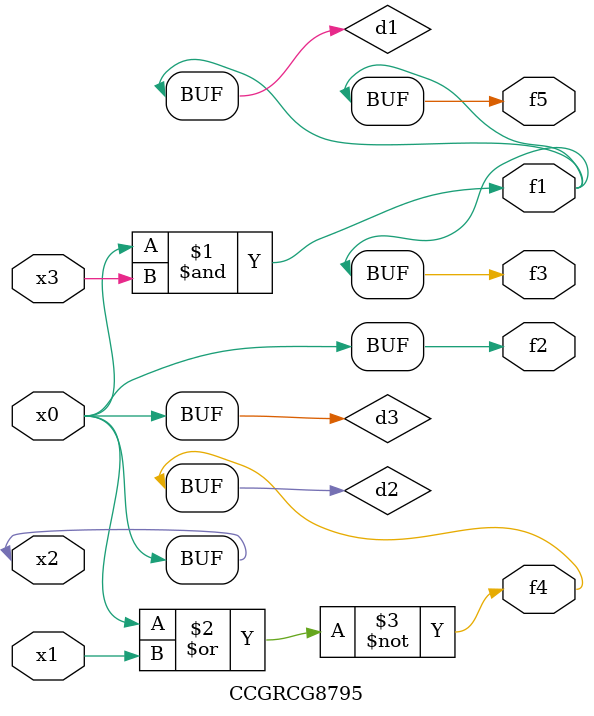
<source format=v>
module CCGRCG8795(
	input x0, x1, x2, x3,
	output f1, f2, f3, f4, f5
);

	wire d1, d2, d3;

	and (d1, x2, x3);
	nor (d2, x0, x1);
	buf (d3, x0, x2);
	assign f1 = d1;
	assign f2 = d3;
	assign f3 = d1;
	assign f4 = d2;
	assign f5 = d1;
endmodule

</source>
